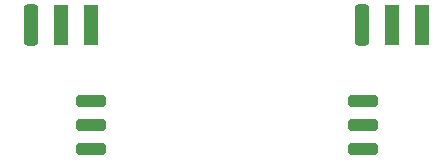
<source format=gtp>
G04*
G04 #@! TF.GenerationSoftware,Altium Limited,Altium Designer,24.4.1 (13)*
G04*
G04 Layer_Color=8421504*
%FSLAX44Y44*%
%MOMM*%
G71*
G04*
G04 #@! TF.SameCoordinates,B4241BF7-B4BF-4A5F-9E04-4B0AE47491D2*
G04*
G04*
G04 #@! TF.FilePolarity,Positive*
G04*
G01*
G75*
G04:AMPARAMS|DCode=13|XSize=2.54mm|YSize=1mm|CornerRadius=0.25mm|HoleSize=0mm|Usage=FLASHONLY|Rotation=0.000|XOffset=0mm|YOffset=0mm|HoleType=Round|Shape=RoundedRectangle|*
%AMROUNDEDRECTD13*
21,1,2.5400,0.5000,0,0,0.0*
21,1,2.0400,1.0000,0,0,0.0*
1,1,0.5000,1.0200,-0.2500*
1,1,0.5000,-1.0200,-0.2500*
1,1,0.5000,-1.0200,0.2500*
1,1,0.5000,1.0200,0.2500*
%
%ADD13ROUNDEDRECTD13*%
%ADD14R,1.2000X3.5000*%
G04:AMPARAMS|DCode=15|XSize=1.2mm|YSize=3.5mm|CornerRadius=0.3mm|HoleSize=0mm|Usage=FLASHONLY|Rotation=0.000|XOffset=0mm|YOffset=0mm|HoleType=Round|Shape=RoundedRectangle|*
%AMROUNDEDRECTD15*
21,1,1.2000,2.9000,0,0,0.0*
21,1,0.6000,3.5000,0,0,0.0*
1,1,0.6000,0.3000,-1.4500*
1,1,0.6000,-0.3000,-1.4500*
1,1,0.6000,-0.3000,1.4500*
1,1,0.6000,0.3000,1.4500*
%
%ADD15ROUNDEDRECTD15*%
D13*
X425000Y150000D02*
D03*
Y170000D02*
D03*
Y190000D02*
D03*
X195000Y150000D02*
D03*
Y170000D02*
D03*
Y190000D02*
D03*
D14*
X450000Y255000D02*
D03*
X475400D02*
D03*
X170000D02*
D03*
X195400D02*
D03*
D15*
X424600D02*
D03*
X144600D02*
D03*
M02*

</source>
